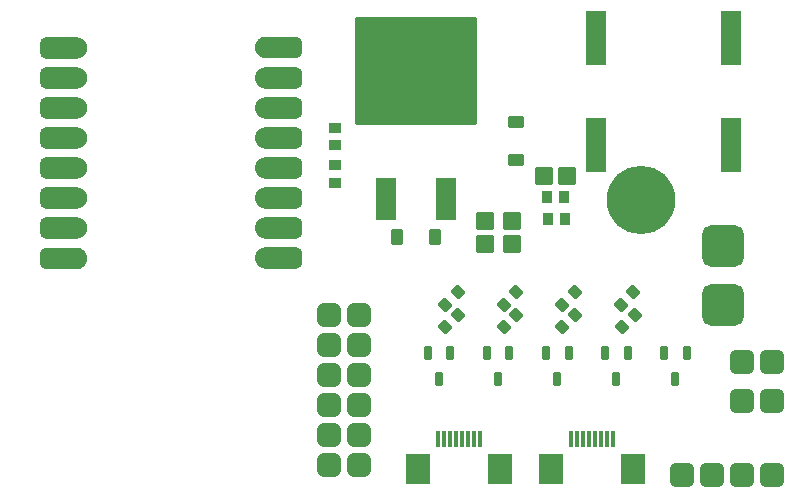
<source format=gts>
G04 Layer: TopSolderMaskLayer*
G04 EasyEDA Pro v2.2.45.4, 2025-12-19 14:04:37*
G04 Gerber Generator version 0.3*
G04 Scale: 100 percent, Rotated: No, Reflected: No*
G04 Dimensions in millimeters*
G04 Leading zeros omitted, absolute positions, 4 integers and 5 decimals*
G04 Generated by one-click*
%FSLAX45Y45*%
%MOMM*%
%AMRoundRect*1,1,$1,$2,$3*1,1,$1,$4,$5*1,1,$1,0-$2,0-$3*1,1,$1,0-$4,0-$5*20,1,$1,$2,$3,$4,$5,0*20,1,$1,$4,$5,0-$2,0-$3,0*20,1,$1,0-$2,0-$3,0-$4,0-$5,0*20,1,$1,0-$4,0-$5,$2,$3,0*4,1,4,$2,$3,$4,$5,0-$2,0-$3,0-$4,0-$5,$2,$3,0*%
%ADD10C,5.79708*%
%ADD11RoundRect,0.85865X-0.57147X-0.57147X-0.57147X0.57147*%
%ADD12RoundRect,0.09131X-0.40514X0.45514X0.40514X0.45514*%
%ADD13RoundRect,0.09233X-0.61463X-0.45964X-0.61463X0.45964*%
%ADD14RoundRect,0.85865X-0.57147X0.57147X0.57147X0.57147*%
%ADD15RoundRect,0.09548X-1.00227X1.25227X1.00227X1.25227*%
%ADD16RoundRect,0.08002X-0.16X0.63501X0.16X0.63501*%
%ADD17RoundRect,0.09233X-0.45964X0.61463X0.45964X0.61463*%
%ADD18RoundRect,0.09603X-0.82779X-2.25278X-0.82779X2.25278*%
%ADD19RoundRect,0.0950X-0.59783X0.02034X-0.02034X0.59783*%
%ADD20RoundRect,0.09138X-0.59783X0.02034X-0.02034X0.59783*%
%ADD21RoundRect,0.09138X-0.43711X-0.40835X-0.43711X0.40835*%
%ADD22RoundRect,0.09495X-0.67833X-0.70833X-0.67833X0.70833*%
%ADD23RoundRect,0.09495X-0.70833X0.67833X0.70833X0.67833*%
%ADD24RoundRect,0.08756X-0.27302X-0.54202X-0.27302X0.54202*%
%ADD25RoundRect,0.10048X-5.10056X-4.50056X-5.10056X4.50056*%
%ADD26RoundRect,0.09588X-0.80286X-1.75286X-0.80286X1.75286*%
%ADD27RoundRect,0.83858X-0.55651X-0.55651X-0.55651X0.55651*%
%ADD28RoundRect,1.45988X-1.02086X-1.02086X-1.02086X1.02086*%
G75*


G04 Circle Start*
G54D10*
G01X-2209800Y3124200D03*
G04 Circle End*

G04 Pad Start*
G54D11*
G01X-1861091Y789705D03*
G01X-1353091Y789705D03*
G01X-1607091Y789705D03*
G54D12*
G01X-2858618Y3149600D03*
G01X-2998622Y3149600D03*
G01X-2850998Y2956560D03*
G01X-2991002Y2956560D03*
G54D13*
G01X-3263900Y3783010D03*
G01X-3263900Y3455990D03*
G54D14*
G01X-1095384Y1746004D03*
G01X-1095384Y1414904D03*
G01X-1095384Y791704D03*
G01X-1349384Y1746004D03*
G54D15*
G01X-2277938Y845033D03*
G01X-2965947Y841527D03*
G54D16*
G01X-2446949Y1099033D03*
G01X-2496936Y1099033D03*
G01X-2546949Y1099033D03*
G01X-2596936Y1099033D03*
G01X-2646949Y1099033D03*
G01X-2696936Y1099033D03*
G01X-2746949Y1099033D03*
G01X-2796936Y1099033D03*
G54D15*
G01X-3403158Y845033D03*
G01X-4091167Y841527D03*
G54D16*
G01X-3572169Y1099033D03*
G01X-3622156Y1099033D03*
G01X-3672169Y1099033D03*
G01X-3722156Y1099033D03*
G01X-3772169Y1099033D03*
G01X-3822156Y1099033D03*
G01X-3872169Y1099033D03*
G01X-3922156Y1099033D03*
G54D14*
G01X-1349384Y1414904D03*
G54D17*
G01X-3946210Y2806700D03*
G01X-4273230Y2806700D03*
G54D18*
G01X-2590800Y3588601D03*
G01X-2590800Y4488599D03*
G01X-1447800Y3588601D03*
G01X-1447800Y4488599D03*
G54D20*
G01X-3367971Y2042229D03*
G01X-3261429Y2148771D03*
G01X-3367971Y2232729D03*
G01X-3261429Y2339271D03*
G01X-2872671Y2042229D03*
G01X-2766129Y2148771D03*
G01X-2872671Y2232729D03*
G01X-2766129Y2339271D03*
G01X-3863271Y2042229D03*
G01X-3756729Y2148771D03*
G01X-3863271Y2232729D03*
G01X-3756729Y2339271D03*
G01X-2367671Y2042229D03*
G01X-2261129Y2148771D03*
G01X-2377371Y2232729D03*
G01X-2270829Y2339271D03*
G54D21*
G01X-4800600Y3418216D03*
G01X-4800600Y3267544D03*
G01X-4800600Y3582264D03*
G01X-4800600Y3732936D03*
G54D22*
G01X-3530600Y2944800D03*
G01X-3530600Y2744800D03*
G54D23*
G01X-3028620Y3327400D03*
G01X-2828620Y3327400D03*
G54D22*
G01X-3302000Y2944800D03*
G01X-3302000Y2744800D03*
G54D24*
G01X-3414647Y1600985D03*
G01X-3509643Y1827985D03*
G01X-3319651Y1827985D03*
G01X-2914647Y1600985D03*
G01X-3009643Y1827985D03*
G01X-2819651Y1827985D03*
G01X-3914647Y1600985D03*
G01X-4009643Y1827985D03*
G01X-3819651Y1827985D03*
G01X-2414647Y1600985D03*
G01X-2509643Y1827985D03*
G01X-2319651Y1827985D03*
G01X-1914647Y1600985D03*
G01X-2009643Y1827985D03*
G01X-1819651Y1827985D03*
G54D25*
G01X-4114800Y4210050D03*
G54D26*
G01X-3860800Y3130550D03*
G01X-4368800Y3130550D03*
G54D27*
G01X-4589784Y878782D03*
G01X-4589784Y1132782D03*
G01X-4589784Y1386782D03*
G01X-4589784Y1640782D03*
G01X-4589784Y1894782D03*
G01X-4589784Y2148782D03*
G01X-4843784Y878782D03*
G01X-4843784Y1132782D03*
G01X-4843784Y1386782D03*
G01X-4843784Y1640782D03*
G01X-4843784Y1894782D03*
G01X-4843784Y2148782D03*
G54D28*
G01X-1514884Y2229617D03*
G01X-1514884Y2730505D03*
G36*
G01X-6985296Y2533355D02*
G01X-7243633Y2533355D01*
G01X-7243752Y2533356D01*
G02X-7296280Y2585885I1261J53789D01*
G01X-7296282Y2586004D01*
G01X-7296282Y2667979D01*
G01X-7296268Y2668352D01*
G02X-7241508Y2716845I52259J-3848D01*
G01X-6986627Y2716845D01*
G02X-6894217Y2624435I0J-92410D01*
G02X-6985296Y2533355I-91080J0D01*
G37*
G36*
G01X-6985295Y2791354D02*
G01X-7243631Y2791354D01*
G01X-7243750Y2791356D01*
G02X-7296279Y2843884I1261J53789D01*
G01X-7296280Y2844003D01*
G01X-7296280Y2925979D01*
G01X-7296266Y2926352D01*
G02X-7241507Y2974844I52259J-3848D01*
G01X-6986625Y2974844D01*
G02X-6894215Y2882434I0J-92410D01*
G02X-6985295Y2791354I-91080J0D01*
G37*
G36*
G01X-6985295Y3045354D02*
G01X-7243631Y3045354D01*
G01X-7243750Y3045355D01*
G02X-7296279Y3097884I1261J53789D01*
G01X-7296280Y3098003D01*
G01X-7296280Y3179978D01*
G01X-7296266Y3180351D01*
G02X-7241507Y3228844I52259J-3848D01*
G01X-6986625Y3228844D01*
G02X-6894215Y3136434I0J-92410D01*
G02X-6985295Y3045354I-91080J0D01*
G37*
G36*
G01X-6985295Y3299353D02*
G01X-7243631Y3299353D01*
G01X-7243750Y3299355D01*
G02X-7296279Y3351883I1261J53789D01*
G01X-7296280Y3352002D01*
G01X-7296280Y3433978D01*
G01X-7296266Y3434351D01*
G02X-7241507Y3482843I52259J-3848D01*
G01X-6986625Y3482843D01*
G02X-6894215Y3390433I0J-92410D01*
G02X-6985295Y3299353I-91080J0D01*
G37*
G36*
G01X-6985295Y3553353D02*
G01X-7243631Y3553353D01*
G01X-7243750Y3553354D01*
G02X-7296279Y3605883I1261J53789D01*
G01X-7296280Y3606002D01*
G01X-7296280Y3687977D01*
G01X-7296266Y3688350D01*
G02X-7241507Y3736843I52259J-3848D01*
G01X-6986625Y3736843D01*
G02X-6894215Y3644433I0J-92410D01*
G02X-6985295Y3553353I-91080J0D01*
G37*
G36*
G01X-6985295Y3807352D02*
G01X-7243631Y3807352D01*
G01X-7243750Y3807354D01*
G02X-7296279Y3859882I1261J53789D01*
G01X-7296280Y3860001D01*
G01X-7296280Y3941977D01*
G01X-7296266Y3942350D01*
G02X-7241507Y3990842I52259J-3848D01*
G01X-6986625Y3990842D01*
G02X-6894215Y3898432I0J-92410D01*
G02X-6985295Y3807352I-91080J0D01*
G37*
G36*
G01X-6985295Y4061352D02*
G01X-7243631Y4061352D01*
G01X-7243750Y4061353D01*
G02X-7296279Y4113882I1261J53789D01*
G01X-7296280Y4114001D01*
G01X-7296280Y4195976D01*
G01X-7296266Y4196349D01*
G02X-7241507Y4244842I52259J-3848D01*
G01X-6986625Y4244842D01*
G02X-6894215Y4152432I0J-92410D01*
G02X-6985295Y4061352I-91080J0D01*
G37*
G36*
G01X-6985295Y4315351D02*
G01X-7243631Y4315351D01*
G01X-7243750Y4315353D01*
G02X-7296279Y4367881I1261J53789D01*
G01X-7296280Y4368000D01*
G01X-7296280Y4449976D01*
G01X-7296266Y4450349D01*
G02X-7241507Y4498841I52259J-3848D01*
G01X-6986625Y4498841D01*
G02X-6894215Y4406431I0J-92410D01*
G02X-6985295Y4315351I-91080J0D01*
G37*
G36*
G01X-5384505Y2721649D02*
G01X-5126169Y2721649D01*
G01X-5126050Y2721648D01*
G02X-5073521Y2669119I-1261J-53789D01*
G01X-5073520Y2669000D01*
G01X-5073520Y2587025D01*
G01X-5073534Y2586652D01*
G02X-5128293Y2538159I-52259J3848D01*
G01X-5383175Y2538159D01*
G02X-5475585Y2630569I0J92410D01*
G02X-5384505Y2721649I91080J0D01*
G37*
G36*
G01X-5384505Y2975649D02*
G01X-5126169Y2975649D01*
G01X-5126050Y2975647D01*
G02X-5073521Y2923119I-1261J-53789D01*
G01X-5073520Y2922999D01*
G01X-5073520Y2841024D01*
G01X-5073534Y2840651D01*
G02X-5128293Y2792159I-52259J3848D01*
G01X-5383175Y2792159D01*
G02X-5475585Y2884569I0J92410D01*
G02X-5384505Y2975649I91080J0D01*
G37*
G36*
G01X-5384505Y3229648D02*
G01X-5126169Y3229648D01*
G01X-5126050Y3229647D01*
G02X-5073521Y3177118I-1261J-53789D01*
G01X-5073520Y3176999D01*
G01X-5073520Y3095024D01*
G01X-5073534Y3094651D01*
G02X-5128293Y3046158I-52259J3848D01*
G01X-5383175Y3046158D01*
G02X-5475585Y3138568I0J92410D01*
G02X-5384505Y3229648I91080J0D01*
G37*
G36*
G01X-5384505Y3483648D02*
G01X-5126169Y3483648D01*
G01X-5126050Y3483646D01*
G02X-5073521Y3431118I-1261J-53789D01*
G01X-5073520Y3430998D01*
G01X-5073520Y3349023D01*
G01X-5073534Y3348650D01*
G02X-5128293Y3300157I-52259J3848D01*
G01X-5383175Y3300157D01*
G02X-5475585Y3392568I0J92410D01*
G02X-5384505Y3483648I91080J0D01*
G37*
G36*
G01X-5384505Y3737647D02*
G01X-5126169Y3737647D01*
G01X-5126050Y3737646D01*
G02X-5073521Y3685117I-1261J-53789D01*
G01X-5073520Y3684998D01*
G01X-5073520Y3603023D01*
G01X-5073534Y3602650D01*
G02X-5128293Y3554157I-52259J3848D01*
G01X-5383175Y3554157D01*
G02X-5475585Y3646567I0J92410D01*
G02X-5384505Y3737647I91080J0D01*
G37*
G36*
G01X-5384505Y3991647D02*
G01X-5126169Y3991647D01*
G01X-5126050Y3991645D01*
G02X-5073521Y3939116I-1261J-53789D01*
G01X-5073520Y3938997D01*
G01X-5073520Y3857022D01*
G01X-5073534Y3856649D01*
G02X-5128293Y3808156I-52259J3848D01*
G01X-5383175Y3808156D01*
G02X-5475585Y3900567I0J92410D01*
G02X-5384505Y3991647I91080J0D01*
G37*
G36*
G01X-5384505Y4245646D02*
G01X-5126169Y4245646D01*
G01X-5126050Y4245645D01*
G02X-5073521Y4193116I-1261J-53789D01*
G01X-5073520Y4192997D01*
G01X-5073520Y4111022D01*
G01X-5073534Y4110649D01*
G02X-5128293Y4062156I-52259J3848D01*
G01X-5383175Y4062156D01*
G02X-5475585Y4154566I0J92410D01*
G02X-5384505Y4245646I91080J0D01*
G37*
G36*
G01X-5384504Y4503646D02*
G01X-5126167Y4503646D01*
G01X-5126048Y4503644D01*
G02X-5073520Y4451115I-1261J-53789D01*
G01X-5073518Y4450996D01*
G01X-5073518Y4369021D01*
G01X-5073532Y4368648D01*
G02X-5128292Y4320155I-52259J3848D01*
G01X-5383173Y4320155D01*
G02X-5475583Y4412566I0J92410D01*
G02X-5384504Y4503646I91080J0D01*
G37*
G04 Pad End*

M02*


</source>
